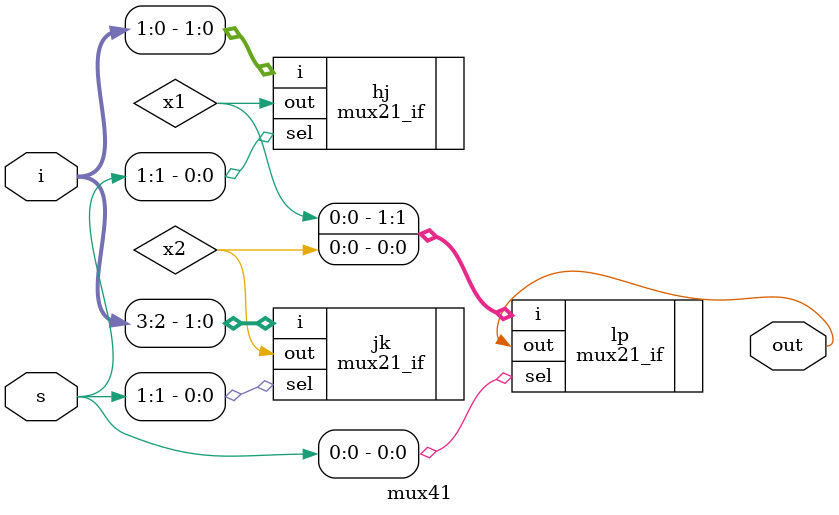
<source format=sv>
module mux41(i,s,out);
input [3:0]i;
input [1:0]s;
output out;
wire x1,x2;

mux21_if hj (.sel(s[1]),.i(i[1:0]),.out(x1));
mux21_if jk (.sel(s[1]),.i(i[3:2]),.out(x2));
mux21_if lp (.sel(s[0]),.i({x1,x2}),.out(out));

endmodule

</source>
